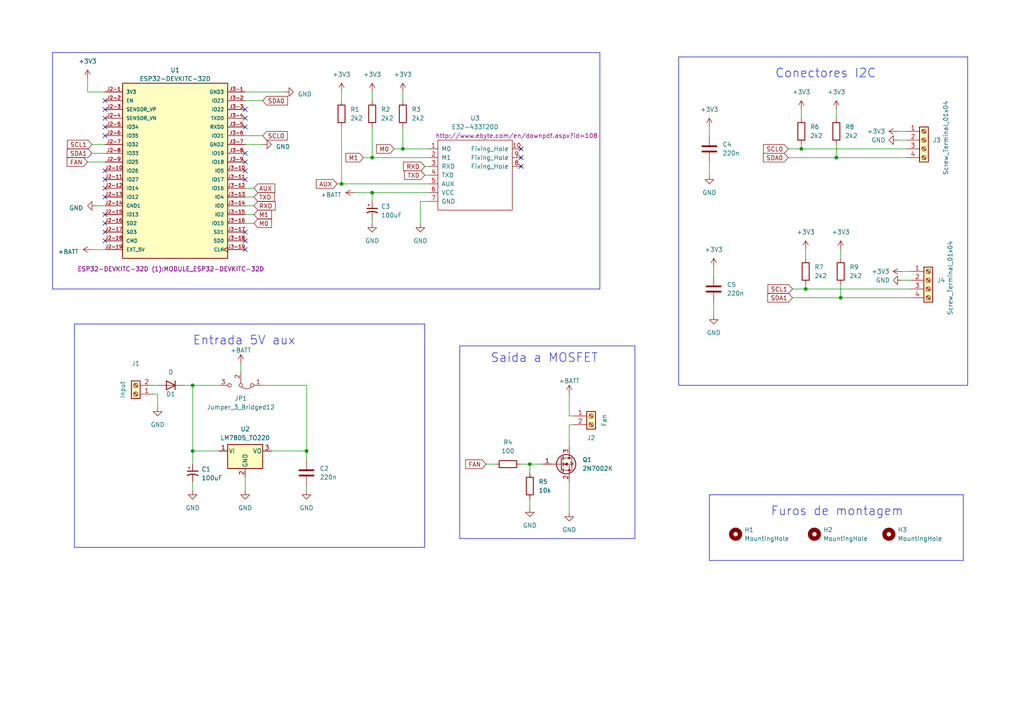
<source format=kicad_sch>
(kicad_sch (version 20230121) (generator eeschema)
  (paper "A4")
  (title_block (title "Termohigrômetro") (date "2022-12-30") (rev "0") (company "Sentium Controls"))
  (lib_symbols
    (symbol "Connector:Screw_Terminal_01x02" (pin_names (offset 1.016) hide)
      (property "Reference" "J" (at 0 2.54 0))
      (property "Value" "Screw_Terminal_01x02" (at 0 -5.08 0))
      (symbol "Screw_Terminal_01x02_1_1"
        (rectangle (start -1.27 1.27) (end 1.27 -3.81) (stroke (width 0.254)) (fill (type background)))
        (circle (center 0 -2.54) (radius 0.635) (stroke (width 0.1524)))
        (polyline (pts (xy -0.5334 -2.2098) (xy 0.3302 -3.048)) (stroke (width 0.1524)))
        (polyline (pts (xy -0.5334 0.3302) (xy 0.3302 -0.508)) (stroke (width 0.1524)))
        (polyline (pts (xy -0.3556 -2.032) (xy 0.508 -2.8702)) (stroke (width 0.1524)))
        (polyline (pts (xy -0.3556 0.508) (xy 0.508 -0.3302)) (stroke (width 0.1524)))
        (circle (center 0 0) (radius 0.635) (stroke (width 0.1524)))
        (pin passive line (at -5.08 0 0) (length 3.81) (name "Pin_1") (number "1"))
        (pin passive line (at -5.08 -2.54 0) (length 3.81) (name "Pin_2") (number "2"))
      )
    )
    (symbol "Connector:Screw_Terminal_01x04" (pin_names (offset 1.016) hide)
      (property "Reference" "J" (at 0 5.08 0))
      (property "Value" "Screw_Terminal_01x04" (at 0 -7.62 0))
      (symbol "Screw_Terminal_01x04_1_1"
        (rectangle (start -1.27 3.81) (end 1.27 -6.35) (stroke (width 0.254)) (fill (type background)))
        (circle (center 0 -5.08) (radius 0.635) (stroke (width 0.1524)))
        (circle (center 0 -2.54) (radius 0.635) (stroke (width 0.1524)))
        (polyline (pts (xy -0.5334 -4.7498) (xy 0.3302 -5.588)) (stroke (width 0.1524)))
        (polyline (pts (xy -0.5334 -2.2098) (xy 0.3302 -3.048)) (stroke (width 0.1524)))
        (polyline (pts (xy -0.5334 0.3302) (xy 0.3302 -0.508)) (stroke (width 0.1524)))
        (polyline (pts (xy -0.5334 2.8702) (xy 0.3302 2.032)) (stroke (width 0.1524)))
        (polyline (pts (xy -0.3556 -4.572) (xy 0.508 -5.4102)) (stroke (width 0.1524)))
        (polyline (pts (xy -0.3556 -2.032) (xy 0.508 -2.8702)) (stroke (width 0.1524)))
        (polyline (pts (xy -0.3556 0.508) (xy 0.508 -0.3302)) (stroke (width 0.1524)))
        (polyline (pts (xy -0.3556 3.048) (xy 0.508 2.2098)) (stroke (width 0.1524)))
        (circle (center 0 0) (radius 0.635) (stroke (width 0.1524)))
        (circle (center 0 2.54) (radius 0.635) (stroke (width 0.1524)))
        (pin passive line (at -5.08 2.54 0) (length 3.81) (name "Pin_1") (number "1"))
        (pin passive line (at -5.08 0 0) (length 3.81) (name "Pin_2") (number "2"))
        (pin passive line (at -5.08 -2.54 0) (length 3.81) (name "Pin_3") (number "3"))
        (pin passive line (at -5.08 -5.08 0) (length 3.81) (name "Pin_4") (number "4"))
      )
    )
    (symbol "Device:C" (pin_numbers hide) (pin_names (offset 0.254))
      (property "Reference" "C" (at 0.635 2.54 0))
      (property "Value" "C" (at 0.635 -2.54 0))
      (symbol "C_0_1"
        (polyline (pts (xy -2.032 -0.762) (xy 2.032 -0.762)) (stroke (width 0.508)))
        (polyline (pts (xy -2.032 0.762) (xy 2.032 0.762)) (stroke (width 0.508)))
      )
      (symbol "C_1_1"
        (pin passive line (at 0 3.81 270) (length 2.794) (name "~") (number "1"))
        (pin passive line (at 0 -3.81 90) (length 2.794) (name "~") (number "2"))
      )
    )
    (symbol "Device:C_Polarized_Small_US" (pin_numbers hide) (pin_names (offset 0.254) hide)
      (property "Reference" "C" (at 0.254 1.778 0))
      (property "Value" "C_Polarized_Small_US" (at 0.254 -2.032 0))
      (symbol "C_Polarized_Small_US_0_1"
        (polyline (pts (xy -1.524 0.508) (xy 1.524 0.508)) (stroke (width 0.3048)))
        (polyline (pts (xy -1.27 1.524) (xy -0.762 1.524)))
        (polyline (pts (xy -1.016 1.27) (xy -1.016 1.778)))
        (arc (start 1.524 -0.762) (mid 0 -0.3734) (end -1.524 -0.762) (stroke (width 0.3048)))
      )
      (symbol "C_Polarized_Small_US_1_1"
        (pin passive line (at 0 2.54 270) (length 2.032) (name "~") (number "1"))
        (pin passive line (at 0 -2.54 90) (length 2.032) (name "~") (number "2"))
      )
    )
    (symbol "Device:D" (pin_numbers hide) (pin_names (offset 1.016) hide)
      (property "Reference" "D" (at 0 2.54 0))
      (property "Value" "D" (at 0 -2.54 0))
      (symbol "D_0_1"
        (polyline (pts (xy -1.27 1.27) (xy -1.27 -1.27)) (stroke (width 0.254)))
        (polyline (pts (xy 1.27 0) (xy -1.27 0)))
        (polyline (pts (xy 1.27 1.27) (xy 1.27 -1.27) (xy -1.27 0) (xy 1.27 1.27)) (stroke (width 0.254)))
      )
      (symbol "D_1_1"
        (pin passive line (at -3.81 0 0) (length 2.54) (name "K") (number "1"))
        (pin passive line (at 3.81 0 180) (length 2.54) (name "A") (number "2"))
      )
    )
    (symbol "Device:R" (pin_numbers hide) (pin_names (offset 0))
      (property "Reference" "R" (at 2.032 0 90))
      (property "Value" "R" (at 0 0 90))
      (symbol "R_0_1"
        (rectangle (start -1.016 -2.54) (end 1.016 2.54) (stroke (width 0.254)))
      )
      (symbol "R_1_1"
        (pin passive line (at 0 3.81 270) (length 1.27) (name "~") (number "1"))
        (pin passive line (at 0 -3.81 90) (length 1.27) (name "~") (number "2"))
      )
    )
    (symbol "E32-xxxT20D:E32-433T20D" (pin_names (offset 1.016))
      (property "Reference" "U" (at 0 3.302 0))
      (property "Value" "E32-433T20D" (at 0 1.27 0))
      (property "Datasheet" "http://www.ebyte.com/en/downpdf.aspx?id=108" (at 0 0 0))
      (symbol "E32-433T20D_0_1"
        (rectangle (start 0 0) (end 21.59 -20.32))
      )
      (symbol "E32-433T20D_1_0"
        (pin no_connect line (at 24.13 -7.62 180) (length 2.54) (name "Fixing_Hole") (number "8"))
      )
      (symbol "E32-433T20D_1_1"
        (pin input line (at -2.54 -2.54 0) (length 2.54) (name "M0") (number "1"))
        (pin no_connect line (at 24.13 -2.54 180) (length 2.54) (name "Fixing_Hole") (number "10"))
        (pin input line (at -2.54 -5.08 0) (length 2.54) (name "M1") (number "2"))
        (pin input line (at -2.54 -7.62 0) (length 2.54) (name "RXD") (number "3"))
        (pin output line (at -2.54 -10.16 0) (length 2.54) (name "TXD") (number "4"))
        (pin output line (at -2.54 -12.7 0) (length 2.54) (name "AUX") (number "5"))
        (pin input line (at -2.54 -15.24 0) (length 2.54) (name "VCC") (number "6"))
        (pin input line (at -2.54 -17.78 0) (length 2.54) (name "GND") (number "7"))
        (pin no_connect line (at 24.13 -5.08 180) (length 2.54) (name "Fixing_Hole") (number "9"))
      )
    )
    (symbol "ESP32-DEVKITC-32D:ESP32-DEVKITC-32D" (pin_names (offset 1.016))
      (property "Reference" "U" (at -15.2572 26.0643 0))
      (property "Value" "ESP32-DEVKITC-32D" (at -15.2563 -27.9698 0))
      (symbol "ESP32-DEVKITC-32D_0_0"
        (rectangle (start -15.24 -25.4) (end 15.24 25.4) (stroke (width 0.254)) (fill (type background)))
        (pin power_in line (at -20.32 22.86 0) (length 5.08) (name "3V3") (number "J2-1"))
        (pin bidirectional line (at -20.32 0 0) (length 5.08) (name "IO26") (number "J2-10"))
        (pin bidirectional line (at -20.32 -2.54 0) (length 5.08) (name "IO27") (number "J2-11"))
        (pin bidirectional line (at -20.32 -5.08 0) (length 5.08) (name "IO14") (number "J2-12"))
        (pin bidirectional line (at -20.32 -7.62 0) (length 5.08) (name "IO12") (number "J2-13"))
        (pin power_in line (at -20.32 -10.16 0) (length 5.08) (name "GND1") (number "J2-14"))
        (pin bidirectional line (at -20.32 -12.7 0) (length 5.08) (name "IO13") (number "J2-15"))
        (pin bidirectional line (at -20.32 -15.24 0) (length 5.08) (name "SD2") (number "J2-16"))
        (pin bidirectional line (at -20.32 -17.78 0) (length 5.08) (name "SD3") (number "J2-17"))
        (pin bidirectional line (at -20.32 -20.32 0) (length 5.08) (name "CMD") (number "J2-18"))
        (pin power_in line (at -20.32 -22.86 0) (length 5.08) (name "EXT_5V") (number "J2-19"))
        (pin input line (at -20.32 20.32 0) (length 5.08) (name "EN") (number "J2-2"))
        (pin input line (at -20.32 17.78 0) (length 5.08) (name "SENSOR_VP") (number "J2-3"))
        (pin input line (at -20.32 15.24 0) (length 5.08) (name "SENSOR_VN") (number "J2-4"))
        (pin bidirectional line (at -20.32 12.7 0) (length 5.08) (name "IO34") (number "J2-5"))
        (pin bidirectional line (at -20.32 10.16 0) (length 5.08) (name "IO35") (number "J2-6"))
        (pin bidirectional line (at -20.32 7.62 0) (length 5.08) (name "IO32") (number "J2-7"))
        (pin bidirectional line (at -20.32 5.08 0) (length 5.08) (name "IO33") (number "J2-8"))
        (pin bidirectional line (at -20.32 2.54 0) (length 5.08) (name "IO25") (number "J2-9"))
        (pin power_in line (at 20.32 22.86 180) (length 5.08) (name "GND3") (number "J3-1"))
        (pin bidirectional line (at 20.32 0 180) (length 5.08) (name "IO5") (number "J3-10"))
        (pin bidirectional line (at 20.32 -2.54 180) (length 5.08) (name "IO17") (number "J3-11"))
        (pin bidirectional line (at 20.32 -5.08 180) (length 5.08) (name "IO16") (number "J3-12"))
        (pin bidirectional line (at 20.32 -7.62 180) (length 5.08) (name "IO4") (number "J3-13"))
        (pin bidirectional line (at 20.32 -10.16 180) (length 5.08) (name "IO0") (number "J3-14"))
        (pin bidirectional line (at 20.32 -12.7 180) (length 5.08) (name "IO2") (number "J3-15"))
        (pin bidirectional line (at 20.32 -15.24 180) (length 5.08) (name "IO15") (number "J3-16"))
        (pin bidirectional line (at 20.32 -17.78 180) (length 5.08) (name "SD1") (number "J3-17"))
        (pin bidirectional line (at 20.32 -20.32 180) (length 5.08) (name "SD0") (number "J3-18"))
        (pin input clock (at 20.32 -22.86 180) (length 5.08) (name "CLK") (number "J3-19"))
        (pin bidirectional line (at 20.32 20.32 180) (length 5.08) (name "IO23") (number "J3-2"))
        (pin bidirectional line (at 20.32 17.78 180) (length 5.08) (name "IO22") (number "J3-3"))
        (pin output line (at 20.32 15.24 180) (length 5.08) (name "TXD0") (number "J3-4"))
        (pin input line (at 20.32 12.7 180) (length 5.08) (name "RXD0") (number "J3-5"))
        (pin bidirectional line (at 20.32 10.16 180) (length 5.08) (name "IO21") (number "J3-6"))
        (pin power_in line (at 20.32 7.62 180) (length 5.08) (name "GND2") (number "J3-7"))
        (pin bidirectional line (at 20.32 5.08 180) (length 5.08) (name "IO19") (number "J3-8"))
        (pin bidirectional line (at 20.32 2.54 180) (length 5.08) (name "IO18") (number "J3-9"))
      )
    )
    (symbol "Jumper:Jumper_3_Bridged12" (pin_names (offset 0) hide)
      (property "Reference" "JP" (at -2.54 -2.54 0))
      (property "Value" "Jumper_3_Bridged12" (at 0 2.794 0))
      (symbol "Jumper_3_Bridged12_0_0"
        (circle (center -3.302 0) (radius 0.508))
        (circle (center 0 0) (radius 0.508))
        (circle (center 3.302 0) (radius 0.508))
      )
      (symbol "Jumper_3_Bridged12_0_1"
        (arc (start -0.254 0.508) (mid -1.651 0.9912) (end -3.048 0.508))
        (polyline (pts (xy 0 -1.27) (xy 0 -0.508)))
      )
      (symbol "Jumper_3_Bridged12_1_1"
        (pin passive line (at -6.35 0 0) (length 2.54) (name "A") (number "1"))
        (pin passive line (at 0 -3.81 90) (length 2.54) (name "C") (number "2"))
        (pin passive line (at 6.35 0 180) (length 2.54) (name "B") (number "3"))
      )
    )
    (symbol "Mechanical:MountingHole" (pin_names (offset 1.016))
      (property "Reference" "H" (at 0 5.08 0))
      (property "Value" "MountingHole" (at 0 3.175 0))
      (symbol "MountingHole_0_1"
        (circle (center 0 0) (radius 1.27) (stroke (width 1.27)))
      )
    )
    (symbol "Regulator_Linear:LM7805_TO220" (pin_names (offset 0.254))
      (property "Reference" "U" (at -3.81 3.175 0))
      (property "Value" "LM7805_TO220" (at 0 3.175 0))
      (symbol "LM7805_TO220_0_1"
        (rectangle (start -5.08 1.905) (end 5.08 -5.08) (stroke (width 0.254)) (fill (type background)))
      )
      (symbol "LM7805_TO220_1_1"
        (pin power_in line (at -7.62 0 0) (length 2.54) (name "VI") (number "1"))
        (pin power_in line (at 0 -7.62 90) (length 2.54) (name "GND") (number "2"))
        (pin power_out line (at 7.62 0 180) (length 2.54) (name "VO") (number "3"))
      )
    )
    (symbol "Transistor_FET:2N7002K" (pin_names hide)
      (property "Reference" "Q" (at 5.08 1.905 0))
      (property "Value" "2N7002K" (at 5.08 0 0))
      (symbol "2N7002K_0_1"
        (polyline (pts (xy 0.254 0) (xy -2.54 0)))
        (polyline (pts (xy 0.254 1.905) (xy 0.254 -1.905)) (stroke (width 0.254)))
        (polyline (pts (xy 0.762 -1.27) (xy 0.762 -2.286)) (stroke (width 0.254)))
        (polyline (pts (xy 0.762 0.508) (xy 0.762 -0.508)) (stroke (width 0.254)))
        (polyline (pts (xy 0.762 2.286) (xy 0.762 1.27)) (stroke (width 0.254)))
        (polyline (pts (xy 2.54 2.54) (xy 2.54 1.778)))
        (polyline (pts (xy 2.54 -2.54) (xy 2.54 0) (xy 0.762 0)))
        (polyline (pts (xy 0.762 -1.778) (xy 3.302 -1.778) (xy 3.302 1.778) (xy 0.762 1.778)))
        (polyline (pts (xy 1.016 0) (xy 2.032 0.381) (xy 2.032 -0.381) (xy 1.016 0)) (fill (type outline)))
        (polyline (pts (xy 2.794 0.508) (xy 2.921 0.381) (xy 3.683 0.381) (xy 3.81 0.254)))
        (polyline (pts (xy 3.302 0.381) (xy 2.921 -0.254) (xy 3.683 -0.254) (xy 3.302 0.381)))
        (circle (center 1.651 0) (radius 2.794) (stroke (width 0.254)))
        (circle (center 2.54 -1.778) (radius 0.254) (fill (type outline)))
        (circle (center 2.54 1.778) (radius 0.254) (fill (type outline)))
      )
      (symbol "2N7002K_1_1"
        (pin input line (at -5.08 0 0) (length 2.54) (name "G") (number "1"))
        (pin passive line (at 2.54 -5.08 90) (length 2.54) (name "S") (number "2"))
        (pin passive line (at 2.54 5.08 270) (length 2.54) (name "D") (number "3"))
      )
    )
    (symbol "power:+3.3V" (power) (pin_names (offset 0))
      (property "Value" "+3.3V" (at 0 3.556 0))
      (symbol "+3.3V_0_1"
        (polyline (pts (xy -0.762 1.27) (xy 0 2.54)))
        (polyline (pts (xy 0 0) (xy 0 2.54)))
        (polyline (pts (xy 0 2.54) (xy 0.762 1.27)))
      )
      (symbol "+3.3V_1_1"
        (pin power_in line (at 0 0 90) (length 0) hide (name "+3V3") (number "1"))
      )
    )
    (symbol "power:+BATT" (power) (pin_names (offset 0))
      (property "Value" "+BATT" (at 0 3.556 0))
      (symbol "+BATT_0_1"
        (polyline (pts (xy -0.762 1.27) (xy 0 2.54)))
        (polyline (pts (xy 0 0) (xy 0 2.54)))
        (polyline (pts (xy 0 2.54) (xy 0.762 1.27)))
      )
      (symbol "+BATT_1_1"
        (pin power_in line (at 0 0 90) (length 0) hide (name "+BATT") (number "1"))
      )
    )
    (symbol "power:GND" (power) (pin_names (offset 0))
      (property "Value" "GND" (at 0 -3.81 0))
      (symbol "GND_0_1"
        (polyline (pts (xy 0 0) (xy 0 -1.27) (xy 1.27 -1.27) (xy 0 -2.54) (xy -1.27 -1.27) (xy 0 -1.27)))
      )
      (symbol "GND_1_1"
        (pin power_in line (at 0 0 270) (length 0) hide (name "GND") (number "1"))
      )
    )
  )
  (junction (at 99.06 53.34))
  (junction (at 233.68 83.82))
  (junction (at 55.88 130.81))
  (junction (at 116.84 43.18))
  (junction (at 232.41 43.18))
  (junction (at 107.95 55.88))
  (junction (at 55.88 111.76))
  (junction (at 153.67 134.62))
  (junction (at 107.95 45.72))
  (junction (at 242.57 45.72))
  (junction (at 88.9 130.81))
  (junction (at 243.84 86.36))
  (no_connect (at 71.12 52.07))
  (no_connect (at 71.12 72.39))
  (no_connect (at 71.12 34.29))
  (no_connect (at 71.12 67.31))
  (no_connect (at 71.12 44.45))
  (no_connect (at 30.48 31.75))
  (no_connect (at 151.13 43.18))
  (no_connect (at 151.13 48.26))
  (no_connect (at 30.48 57.15))
  (no_connect (at 30.48 69.85))
  (no_connect (at 30.48 29.21))
  (no_connect (at 30.48 49.53))
  (no_connect (at 71.12 36.83))
  (no_connect (at 71.12 31.75))
  (no_connect (at 151.13 45.72))
  (no_connect (at 30.48 62.23))
  (no_connect (at 30.48 54.61))
  (no_connect (at 30.48 67.31))
  (no_connect (at 30.48 36.83))
  (no_connect (at 71.12 49.53))
  (no_connect (at 71.12 46.99))
  (no_connect (at 30.48 39.37))
  (no_connect (at 30.48 64.77))
  (no_connect (at 30.48 34.29))
  (no_connect (at 71.12 69.85))
  (no_connect (at 30.48 52.07))
  (wire (pts (xy 25.4 46.99) (xy 30.48 46.99)))
  (wire (pts (xy 76.2 39.37) (xy 71.12 39.37)))
  (wire (pts (xy 73.66 64.77) (xy 71.12 64.77)))
  (wire (pts (xy 107.95 26.67) (xy 107.95 29.21)))
  (wire (pts (xy 153.67 134.62) (xy 153.67 137.16)))
  (wire (pts (xy 27.94 59.69) (xy 30.48 59.69)))
  (polyline (pts (xy 196.85 16.51) (xy 280.67 16.51)))
  (wire (pts (xy 121.92 58.42) (xy 121.92 64.77)))
  (wire (pts (xy 26.67 41.91) (xy 30.48 41.91)))
  (polyline (pts (xy 280.67 16.51) (xy 280.67 111.76)))
  (polyline (pts (xy 280.67 111.76) (xy 196.85 111.76)))
  (polyline (pts (xy 205.74 143.51) (xy 279.4 143.51)))
  (wire (pts (xy 105.41 45.72) (xy 107.95 45.72)))
  (wire (pts (xy 166.37 123.19) (xy 165.1 123.19)))
  (wire (pts (xy 71.12 26.67) (xy 82.55 26.67)))
  (wire (pts (xy 73.66 62.23) (xy 71.12 62.23)))
  (polyline (pts (xy 173.99 83.82) (xy 15.24 83.82)))
  (wire (pts (xy 76.2 111.76) (xy 88.9 111.76)))
  (wire (pts (xy 44.45 111.76) (xy 45.72 111.76)))
  (wire (pts (xy 88.9 133.35) (xy 88.9 130.81)))
  (polyline (pts (xy 15.24 15.24) (xy 15.24 83.82)))
  (wire (pts (xy 123.19 48.26) (xy 124.46 48.26)))
  (wire (pts (xy 243.84 86.36) (xy 264.16 86.36)))
  (wire (pts (xy 124.46 58.42) (xy 121.92 58.42)))
  (wire (pts (xy 88.9 111.76) (xy 88.9 130.81)))
  (wire (pts (xy 140.97 134.62) (xy 143.51 134.62)))
  (wire (pts (xy 260.35 38.1) (xy 262.89 38.1)))
  (wire (pts (xy 107.95 36.83) (xy 107.95 45.72)))
  (wire (pts (xy 165.1 120.65) (xy 165.1 114.3)))
  (wire (pts (xy 165.1 123.19) (xy 165.1 129.54)))
  (wire (pts (xy 55.88 134.62) (xy 55.88 130.81)))
  (wire (pts (xy 151.13 134.62) (xy 153.67 134.62)))
  (wire (pts (xy 123.19 50.8) (xy 124.46 50.8)))
  (wire (pts (xy 102.87 55.88) (xy 107.95 55.88)))
  (wire (pts (xy 99.06 53.34) (xy 124.46 53.34)))
  (wire (pts (xy 228.6 43.18) (xy 232.41 43.18)))
  (wire (pts (xy 242.57 41.91) (xy 242.57 45.72)))
  (wire (pts (xy 107.95 55.88) (xy 107.95 58.42)))
  (wire (pts (xy 261.62 81.28) (xy 264.16 81.28)))
  (wire (pts (xy 26.67 44.45) (xy 30.48 44.45)))
  (polyline (pts (xy 279.4 143.51) (xy 279.4 162.56)))
  (wire (pts (xy 63.5 130.81) (xy 55.88 130.81)))
  (wire (pts (xy 71.12 142.24) (xy 71.12 138.43)))
  (polyline (pts (xy 21.59 93.98) (xy 123.19 93.98)))
  (wire (pts (xy 99.06 26.67) (xy 99.06 29.21)))
  (polyline (pts (xy 173.99 15.24) (xy 173.99 83.82)))
  (wire (pts (xy 114.3 43.18) (xy 116.84 43.18)))
  (wire (pts (xy 45.72 114.3) (xy 45.72 118.11)))
  (wire (pts (xy 25.4 26.67) (xy 30.48 26.67)))
  (wire (pts (xy 99.06 36.83) (xy 99.06 53.34)))
  (wire (pts (xy 26.67 72.39) (xy 30.48 72.39)))
  (wire (pts (xy 233.68 83.82) (xy 264.16 83.82)))
  (wire (pts (xy 243.84 82.55) (xy 243.84 86.36)))
  (wire (pts (xy 97.79 53.34) (xy 99.06 53.34)))
  (wire (pts (xy 232.41 43.18) (xy 262.89 43.18)))
  (wire (pts (xy 205.74 36.83) (xy 205.74 39.37)))
  (polyline (pts (xy 123.19 158.75) (xy 21.59 158.75)))
  (wire (pts (xy 55.88 130.81) (xy 55.88 111.76)))
  (wire (pts (xy 73.66 57.15) (xy 71.12 57.15)))
  (wire (pts (xy 73.66 54.61) (xy 71.12 54.61)))
  (wire (pts (xy 55.88 111.76) (xy 63.5 111.76)))
  (wire (pts (xy 242.57 45.72) (xy 262.89 45.72)))
  (polyline (pts (xy 15.24 15.24) (xy 173.99 15.24)))
  (wire (pts (xy 44.45 114.3) (xy 45.72 114.3)))
  (wire (pts (xy 229.87 86.36) (xy 243.84 86.36)))
  (wire (pts (xy 76.2 29.21) (xy 71.12 29.21)))
  (wire (pts (xy 207.01 91.44) (xy 207.01 87.63)))
  (polyline (pts (xy 21.59 93.98) (xy 21.59 158.75)))
  (wire (pts (xy 233.68 72.39) (xy 233.68 74.93)))
  (wire (pts (xy 153.67 134.62) (xy 157.48 134.62)))
  (wire (pts (xy 69.85 105.41) (xy 69.85 107.95)))
  (wire (pts (xy 107.95 64.77) (xy 107.95 63.5)))
  (polyline (pts (xy 196.85 16.51) (xy 196.85 111.76)))
  (wire (pts (xy 107.95 55.88) (xy 124.46 55.88)))
  (wire (pts (xy 261.62 78.74) (xy 264.16 78.74)))
  (polyline (pts (xy 133.35 100.33) (xy 184.15 100.33)))
  (wire (pts (xy 260.35 40.64) (xy 262.89 40.64)))
  (wire (pts (xy 88.9 130.81) (xy 78.74 130.81)))
  (wire (pts (xy 73.66 59.69) (xy 71.12 59.69)))
  (wire (pts (xy 88.9 142.24) (xy 88.9 140.97)))
  (wire (pts (xy 116.84 43.18) (xy 124.46 43.18)))
  (wire (pts (xy 166.37 120.65) (xy 165.1 120.65)))
  (wire (pts (xy 205.74 50.8) (xy 205.74 46.99)))
  (wire (pts (xy 165.1 139.7) (xy 165.1 148.59)))
  (wire (pts (xy 107.95 45.72) (xy 124.46 45.72)))
  (polyline (pts (xy 279.4 162.56) (xy 205.74 162.56)))
  (wire (pts (xy 207.01 77.47) (xy 207.01 80.01)))
  (wire (pts (xy 116.84 36.83) (xy 116.84 43.18)))
  (wire (pts (xy 232.41 41.91) (xy 232.41 43.18)))
  (wire (pts (xy 228.6 45.72) (xy 242.57 45.72)))
  (wire (pts (xy 55.88 142.24) (xy 55.88 139.7)))
  (polyline (pts (xy 123.19 93.98) (xy 123.19 158.75)))
  (wire (pts (xy 232.41 31.75) (xy 232.41 34.29)))
  (wire (pts (xy 25.4 22.86) (xy 25.4 26.67)))
  (wire (pts (xy 242.57 31.75) (xy 242.57 34.29)))
  (wire (pts (xy 243.84 72.39) (xy 243.84 74.93)))
  (polyline (pts (xy 205.74 143.51) (xy 205.74 162.56)))
  (wire (pts (xy 153.67 144.78) (xy 153.67 147.32)))
  (polyline (pts (xy 184.15 156.21) (xy 133.35 156.21)))
  (polyline (pts (xy 133.35 100.33) (xy 133.35 156.21)))
  (wire (pts (xy 116.84 26.67) (xy 116.84 29.21)))
  (wire (pts (xy 53.34 111.76) (xy 55.88 111.76)))
  (wire (pts (xy 233.68 82.55) (xy 233.68 83.82)))
  (wire (pts (xy 76.2 41.91) (xy 71.12 41.91)))
  (wire (pts (xy 229.87 83.82) (xy 233.68 83.82)))
  (polyline (pts (xy 184.15 100.33) (xy 184.15 156.21)))
  (text "Conectores I2C" (at 224.79 22.86 0) (effects (font (size 2.54 2.54)) (justify left bottom)))
  (text "Saída a MOSFET" (at 142.24 105.41 0) (effects (font (size 2.54 2.54)) (justify left bottom)))
  (text "Entrada 5V aux" (at 55.88 100.33 0) (effects (font (size 2.54 2.54)) (justify left bottom)))
  (text "Furos de montagem" (at 223.52 149.86 0) (effects (font (size 2.54 2.54)) (justify left bottom)))
  (global_label "FAN" (shape input) (at 140.97 134.62 180) (property "Intersheetrefs" "${INTERSHEET_REFS}" (effects hide)) (property "Referências entre as folhas" "${INTERSHEET_REFS}" (effects hide)))
  (global_label "SDA0" (shape input) (at 76.2 29.21 0) (property "Intersheetrefs" "${INTERSHEET_REFS}" (effects hide)) (property "Referências entre as folhas" "${INTERSHEET_REFS}" (effects hide)))
  (global_label "RXD" (shape input) (at 123.19 48.26 180) (property "Intersheetrefs" "${INTERSHEET_REFS}" (effects hide)))
  (global_label "SCL1" (shape input) (at 26.67 41.91 180) (property "Intersheetrefs" "${INTERSHEET_REFS}" (effects hide)) (property "Referências entre as folhas" "${INTERSHEET_REFS}" (effects hide)))
  (global_label "M0" (shape input) (at 73.66 64.77 0) (property "Intersheetrefs" "${INTERSHEET_REFS}" (effects hide)))
  (global_label "RXD" (shape input) (at 73.66 59.69 0) (property "Intersheetrefs" "${INTERSHEET_REFS}" (effects hide)))
  (global_label "TXD" (shape input) (at 73.66 57.15 0) (property "Intersheetrefs" "${INTERSHEET_REFS}" (effects hide)))
  (global_label "M0" (shape input) (at 114.3 43.18 180) (property "Intersheetrefs" "${INTERSHEET_REFS}" (effects hide)))
  (global_label "SDA0" (shape input) (at 228.6 45.72 180) (property "Intersheetrefs" "${INTERSHEET_REFS}" (effects hide)) (property "Referências entre as folhas" "${INTERSHEET_REFS}" (effects hide)))
  (global_label "AUX" (shape input) (at 97.79 53.34 180) (property "Intersheetrefs" "${INTERSHEET_REFS}" (effects hide)))
  (global_label "SCL0" (shape input) (at 228.6 43.18 180) (property "Intersheetrefs" "${INTERSHEET_REFS}" (effects hide)) (property "Referências entre as folhas" "${INTERSHEET_REFS}" (effects hide)))
  (global_label "SCL0" (shape input) (at 76.2 39.37 0) (property "Intersheetrefs" "${INTERSHEET_REFS}" (effects hide)) (property "Referências entre as folhas" "${INTERSHEET_REFS}" (effects hide)))
  (global_label "TXD" (shape input) (at 123.19 50.8 180) (property "Intersheetrefs" "${INTERSHEET_REFS}" (effects hide)))
  (global_label "SDA1" (shape input) (at 229.87 86.36 180) (property "Intersheetrefs" "${INTERSHEET_REFS}" (effects hide)) (property "Referências entre as folhas" "${INTERSHEET_REFS}" (effects hide)))
  (global_label "SCL1" (shape input) (at 229.87 83.82 180) (property "Intersheetrefs" "${INTERSHEET_REFS}" (effects hide)) (property "Referências entre as folhas" "${INTERSHEET_REFS}" (effects hide)))
  (global_label "M1" (shape input) (at 73.66 62.23 0) (property "Intersheetrefs" "${INTERSHEET_REFS}" (effects hide)))
  (global_label "AUX" (shape input) (at 73.66 54.61 0) (property "Intersheetrefs" "${INTERSHEET_REFS}" (effects hide)))
  (global_label "FAN" (shape input) (at 25.4 46.99 180) (property "Intersheetrefs" "${INTERSHEET_REFS}" (effects hide)) (property "Referências entre as folhas" "${INTERSHEET_REFS}" (effects hide)))
  (global_label "M1" (shape input) (at 105.41 45.72 180) (property "Intersheetrefs" "${INTERSHEET_REFS}" (effects hide)))
  (global_label "SDA1" (shape input) (at 26.67 44.45 180) (property "Intersheetrefs" "${INTERSHEET_REFS}" (effects hide)) (property "Referências entre as folhas" "${INTERSHEET_REFS}" (effects hide)))
  (symbol (lib_id "Connector:Screw_Terminal_01x02") (at 171.45 120.65 0) (unit 1)
    (property "Reference" "J2" (at 171.45 127 0))
    (property "Value" "Fan" (at 175.26 121.92 90))
    (property "Footprint" "TerminalBlock_4Ucon:TerminalBlock_4Ucon_1x02_P3.50mm_Horizontal" (effects hide))
  )
  (symbol (lib_id "power:+3.3V") (at 107.95 26.67 0) (unit 1)
    (property "Reference" "#PWR013" (effects hide))
    (property "Value" "+3.3V" (at 107.95 21.59 0))
  )
  (symbol (lib_id "Connector:Screw_Terminal_01x04") (at 269.24 81.28 0) (unit 1)
    (property "Reference" "J4" (at 271.78 81.2799 0) (effects (justify left)))
    (property "Value" "Screw_Terminal_01x04" (at 275.59 91.44 90) (effects (justify left)))
    (property "Footprint" "TerminalBlock_4Ucon:TerminalBlock_4Ucon_1x04_P3.50mm_Horizontal" (effects hide))
  )
  (symbol (lib_id "power:GND") (at 260.35 40.64 270) (unit 1)
    (property "Reference" "#PWR029" (effects hide))
    (property "Value" "GND" (at 252.73 40.64 90) (effects (justify left)))
  )
  (symbol (lib_id "power:GND") (at 27.94 59.69 270) (unit 1)
    (property "Reference" "#PWR03" (effects hide))
    (property "Value" "GND" (at 24.13 60.325 90) (effects (justify right)))
  )
  (symbol (lib_id "power:+3.3V") (at 25.4 22.86 0) (unit 1)
    (property "Reference" "#PWR01" (effects hide))
    (property "Value" "+3.3V" (at 25.4 17.78 0))
  )
  (symbol (lib_id "power:GND") (at 121.92 64.77 0) (unit 1)
    (property "Reference" "#PWR016" (effects hide))
    (property "Value" "GND" (at 121.92 69.85 0))
  )
  (symbol (lib_id "Device:R") (at 107.95 33.02 0) (mirror y) (unit 1)
    (property "Reference" "R2" (at 110.49 31.7499 0) (effects (justify right)))
    (property "Value" "2k2" (at 110.49 34.2899 0) (effects (justify right)))
    (property "Footprint" "Resistor_THT:R_Axial_DIN0207_L6.3mm_D2.5mm_P10.16mm_Horizontal" (effects hide))
  )
  (symbol (lib_id "Device:C_Polarized_Small_US") (at 107.95 60.96 0) (unit 1)
    (property "Reference" "C3" (at 110.49 59.8932 0) (effects (justify left)))
    (property "Value" "100uF" (at 110.49 62.4332 0) (effects (justify left)))
    (property "Footprint" "Capacitor_THT:CP_Radial_D6.3mm_P2.50mm" (effects hide))
  )
  (symbol (lib_id "power:GND") (at 82.55 26.67 90) (unit 1)
    (property "Reference" "#PWR09" (effects hide))
    (property "Value" "GND" (at 86.36 27.305 90) (effects (justify right)))
  )
  (symbol (lib_id "power:GND") (at 107.95 64.77 0) (unit 1)
    (property "Reference" "#PWR014" (effects hide))
    (property "Value" "GND" (at 107.95 69.85 0))
  )
  (symbol (lib_id "Connector:Screw_Terminal_01x04") (at 267.97 40.64 0) (unit 1)
    (property "Reference" "J3" (at 270.51 40.6399 0) (effects (justify left)))
    (property "Value" "Screw_Terminal_01x04" (at 274.32 50.8 90) (effects (justify left)))
    (property "Footprint" "TerminalBlock_4Ucon:TerminalBlock_4Ucon_1x04_P3.50mm_Horizontal" (effects hide))
  )
  (symbol (lib_id "power:+3.3V") (at 232.41 31.75 0) (unit 1)
    (property "Reference" "#PWR024" (effects hide))
    (property "Value" "+3.3V" (at 232.41 26.67 0))
  )
  (symbol (lib_id "power:+BATT") (at 69.85 105.41 0) (unit 1)
    (property "Reference" "#PWR06" (effects hide))
    (property "Value" "EXT_5V" (at 69.85 101.6 0))
  )
  (symbol (lib_id "Device:R") (at 99.06 33.02 0) (mirror y) (unit 1)
    (property "Reference" "R1" (at 101.6 31.7499 0) (effects (justify right)))
    (property "Value" "2k2" (at 101.6 34.2899 0) (effects (justify right)))
    (property "Footprint" "Resistor_THT:R_Axial_DIN0207_L6.3mm_D2.5mm_P10.16mm_Horizontal" (effects hide))
  )
  (symbol (lib_id "power:GND") (at 55.88 142.24 0) (unit 1)
    (property "Reference" "#PWR05" (effects hide))
    (property "Value" "GND" (at 55.88 147.32 0))
  )
  (symbol (lib_id "Mechanical:MountingHole") (at 213.36 154.94 0) (unit 1)
    (property "Reference" "H1" (at 215.9 153.6699 0) (effects (justify left)))
    (property "Value" "MountingHole" (at 215.9 156.2099 0) (effects (justify left)))
    (property "Footprint" "MountingHole:MountingHole_3.2mm_M3" (effects hide))
  )
  (symbol (lib_id "power:+3.3V") (at 242.57 31.75 0) (unit 1)
    (property "Reference" "#PWR026" (effects hide))
    (property "Value" "+3.3V" (at 242.57 26.67 0))
  )
  (symbol (lib_id "power:GND") (at 261.62 81.28 270) (unit 1)
    (property "Reference" "#PWR031" (effects hide))
    (property "Value" "GND" (at 254 81.28 90) (effects (justify left)))
  )
  (symbol (lib_id "power:+3.3V") (at 260.35 38.1 90) (unit 1)
    (property "Reference" "#PWR028" (effects hide))
    (property "Value" "+3.3V" (at 251.46 38.1 90) (effects (justify right)))
  )
  (symbol (lib_id "Device:R") (at 147.32 134.62 90) (mirror x) (unit 1)
    (property "Reference" "R4" (at 147.32 128.27 90))
    (property "Value" "100" (at 147.32 130.81 90))
    (property "Footprint" "Resistor_THT:R_Axial_DIN0207_L6.3mm_D2.5mm_P10.16mm_Horizontal" (effects hide))
  )
  (symbol (lib_id "power:GND") (at 88.9 142.24 0) (unit 1)
    (property "Reference" "#PWR010" (effects hide))
    (property "Value" "GND" (at 88.9 147.32 0))
  )
  (symbol (lib_id "Device:R") (at 232.41 38.1 0) (mirror y) (unit 1)
    (property "Reference" "R6" (at 234.95 36.8299 0) (effects (justify right)))
    (property "Value" "2k2" (at 234.95 39.3699 0) (effects (justify right)))
    (property "Footprint" "Resistor_THT:R_Axial_DIN0207_L6.3mm_D2.5mm_P10.16mm_Horizontal" (effects hide))
  )
  (symbol (lib_id "power:+BATT") (at 102.87 55.88 90) (unit 1)
    (property "Reference" "#PWR012" (effects hide))
    (property "Value" "EXT_5V" (at 99.06 56.515 90) (effects (justify left)))
  )
  (symbol (lib_id "Device:C_Polarized_Small_US") (at 55.88 137.16 0) (unit 1)
    (property "Reference" "C1" (at 58.42 136.0932 0) (effects (justify left)))
    (property "Value" "100uF" (at 58.42 138.6332 0) (effects (justify left)))
    (property "Footprint" "Capacitor_THT:CP_Radial_D6.3mm_P2.50mm" (effects hide))
  )
  (symbol (lib_id "Device:R") (at 242.57 38.1 0) (mirror y) (unit 1)
    (property "Reference" "R8" (at 245.11 36.8299 0) (effects (justify right)))
    (property "Value" "2k2" (at 245.11 39.3699 0) (effects (justify right)))
    (property "Footprint" "Resistor_THT:R_Axial_DIN0207_L6.3mm_D2.5mm_P10.16mm_Horizontal" (effects hide))
  )
  (symbol (lib_id "Mechanical:MountingHole") (at 257.81 154.94 0) (unit 1)
    (property "Reference" "H3" (at 260.35 153.6699 0) (effects (justify left)))
    (property "Value" "MountingHole" (at 260.35 156.2099 0) (effects (justify left)))
    (property "Footprint" "MountingHole:MountingHole_3.2mm_M3" (effects hide))
  )
  (symbol (lib_id "power:GND") (at 165.1 148.59 0) (unit 1)
    (property "Reference" "#PWR019" (effects hide))
    (property "Value" "GND" (at 165.1 153.67 0))
  )
  (symbol (lib_id "Device:R") (at 233.68 78.74 0) (mirror y) (unit 1)
    (property "Reference" "R7" (at 236.22 77.4699 0) (effects (justify right)))
    (property "Value" "2k2" (at 236.22 80.0099 0) (effects (justify right)))
    (property "Footprint" "Resistor_THT:R_Axial_DIN0207_L6.3mm_D2.5mm_P10.16mm_Horizontal" (effects hide))
  )
  (symbol (lib_id "power:+BATT") (at 165.1 114.3 0) (unit 1)
    (property "Reference" "#PWR018" (effects hide))
    (property "Value" "EXT_5V" (at 165.1 110.49 0))
  )
  (symbol (lib_id "power:+3.3V") (at 261.62 78.74 90) (unit 1)
    (property "Reference" "#PWR030" (effects hide))
    (property "Value" "+3.3V" (at 252.73 78.74 90) (effects (justify right)))
  )
  (symbol (lib_id "power:GND") (at 76.2 41.91 90) (unit 1)
    (property "Reference" "#PWR08" (effects hide))
    (property "Value" "GND" (at 80.01 42.545 90) (effects (justify right)))
  )
  (symbol (lib_id "E32-xxxT20D:E32-433T20D") (at 127 40.64 0) (unit 1)
    (property "Reference" "U3" (at 137.795 34.29 0))
    (property "Value" "E32-433T20D" (at 137.795 36.83 0))
    (property "Footprint" "footprints6:E32-xxxT20D" (effects hide))
    (property "Datasheet" "http://www.ebyte.com/en/downpdf.aspx?id=108" (at 149.86 39.37 0))
  )
  (symbol (lib_id "power:GND") (at 45.72 118.11 0) (unit 1)
    (property "Reference" "#PWR04" (effects hide))
    (property "Value" "GND" (at 45.72 123.19 0))
  )
  (symbol (lib_id "Device:R") (at 153.67 140.97 180) (unit 1)
    (property "Reference" "R5" (at 156.21 139.6999 0) (effects (justify right)))
    (property "Value" "10k" (at 156.21 142.2399 0) (effects (justify right)))
    (property "Footprint" "Resistor_THT:R_Axial_DIN0207_L6.3mm_D2.5mm_P10.16mm_Horizontal" (effects hide))
  )
  (symbol (lib_id "power:+3.3V") (at 207.01 77.47 0) (unit 1)
    (property "Reference" "#PWR022" (effects hide))
    (property "Value" "+3.3V" (at 207.01 72.39 0))
  )
  (symbol (lib_id "power:+3.3V") (at 205.74 36.83 0) (unit 1)
    (property "Reference" "#PWR020" (effects hide))
    (property "Value" "+3.3V" (at 205.74 31.75 0))
  )
  (symbol (lib_id "Device:C") (at 88.9 137.16 180) (unit 1)
    (property "Reference" "C2" (at 92.71 135.8899 0) (effects (justify right)))
    (property "Value" "220n" (at 92.71 138.4299 0) (effects (justify right)))
    (property "Footprint" "Capacitor_THT:C_Disc_D5.0mm_W2.5mm_P5.00mm" (effects hide))
  )
  (symbol (lib_id "Connector:Screw_Terminal_01x02") (at 39.37 114.3 180) (unit 1)
    (property "Reference" "J1" (at 39.37 105.41 0))
    (property "Value" "Input" (at 35.56 113.03 90))
    (property "Footprint" "TerminalBlock_4Ucon:TerminalBlock_4Ucon_1x02_P3.50mm_Horizontal" (effects hide))
  )
  (symbol (lib_id "power:+3.3V") (at 99.06 26.67 0) (unit 1)
    (property "Reference" "#PWR011" (effects hide))
    (property "Value" "+3.3V" (at 99.06 21.59 0))
  )
  (symbol (lib_id "ESP32-DEVKITC-32D:ESP32-DEVKITC-32D") (at 50.8 49.53 0) (unit 1)
    (property "Reference" "U1" (at 50.8 20.32 0))
    (property "Value" "ESP32-DEVKITC-32D" (at 50.8 22.86 0))
    (property "Footprint" "ESP32-DEVKITC-32D (1):MODULE_ESP32-DEVKITC-32D" (at 49.53 78.74 0) (effects (justify bottom)))
    (property "MANUFACTURER" "Espressif Systems" (effects hide))
    (property "MAXIMUM_PACKAGE_HEIGHT" "N/A" (effects hide))
    (property "STANDARD" "Manufacturer Recommendations" (effects hide))
    (property "SNAPEDA_PN" "ESP32-DEVKITC-32D" (effects hide))
    (property "PARTREV" "V4" (effects hide))
  )
  (symbol (lib_id "power:+3.3V") (at 233.68 72.39 0) (unit 1)
    (property "Reference" "#PWR025" (effects hide))
    (property "Value" "+3.3V" (at 233.68 67.31 0))
  )
  (symbol (lib_id "Mechanical:MountingHole") (at 236.22 154.94 0) (unit 1)
    (property "Reference" "H2" (at 238.76 153.6699 0) (effects (justify left)))
    (property "Value" "MountingHole" (at 238.76 156.2099 0) (effects (justify left)))
    (property "Footprint" "MountingHole:MountingHole_3.2mm_M3" (effects hide))
  )
  (symbol (lib_id "Transistor_FET:2N7002K") (at 162.56 134.62 0) (unit 1)
    (property "Reference" "Q1" (at 168.91 133.3499 0) (effects (justify left)))
    (property "Value" "2N7002K" (at 168.91 135.8899 0) (effects (justify left)))
    (property "Footprint" "Package_TO_SOT_SMD:SOT-23" (effects hide))
    (property "Datasheet" "https://www.diodes.com/assets/Datasheets/ds30896.pdf" (effects hide))
  )
  (symbol (lib_id "power:+3.3V") (at 243.84 72.39 0) (unit 1)
    (property "Reference" "#PWR027" (effects hide))
    (property "Value" "+3.3V" (at 243.84 67.31 0))
  )
  (symbol (lib_id "Regulator_Linear:LM7805_TO220") (at 71.12 130.81 0) (unit 1)
    (property "Reference" "U2" (at 71.12 124.46 0))
    (property "Value" "LM7805_TO220" (at 71.12 127 0))
    (property "Footprint" "Package_TO_SOT_THT:TO-220-3_Vertical" (effects hide))
    (property "Datasheet" "https://www.onsemi.cn/PowerSolutions/document/MC7800-D.PDF" (effects hide))
  )
  (symbol (lib_id "power:GND") (at 205.74 50.8 0) (unit 1)
    (property "Reference" "#PWR021" (effects hide))
    (property "Value" "GND" (at 205.74 55.88 0))
  )
  (symbol (lib_id "power:GND") (at 153.67 147.32 0) (unit 1)
    (property "Reference" "#PWR017" (effects hide))
    (property "Value" "GND" (at 153.67 152.4 0))
  )
  (symbol (lib_id "Device:D") (at 49.53 111.76 0) (mirror y) (unit 1)
    (property "Reference" "D1" (at 49.53 114.3 0))
    (property "Value" "D" (at 49.53 107.95 0))
    (property "Footprint" "Diode_THT:D_DO-41_SOD81_P7.62mm_Horizontal" (effects hide))
  )
  (symbol (lib_id "Jumper:Jumper_3_Bridged12") (at 69.85 111.76 180) (unit 1)
    (property "Reference" "JP1" (at 69.85 115.57 0))
    (property "Value" "Jumper_3_Bridged12" (at 69.85 118.11 0))
    (property "Footprint" "Connector_PinHeader_2.54mm:PinHeader_1x03_P2.54mm_Vertical" (effects hide))
  )
  (symbol (lib_id "power:GND") (at 207.01 91.44 0) (unit 1)
    (property "Reference" "#PWR023" (effects hide))
    (property "Value" "GND" (at 207.01 96.52 0))
  )
  (symbol (lib_id "power:+BATT") (at 26.67 72.39 90) (unit 1)
    (property "Reference" "#PWR02" (effects hide))
    (property "Value" "EXT_5V" (at 22.86 73.025 90) (effects (justify left)))
  )
  (symbol (lib_id "Device:C") (at 205.74 43.18 180) (unit 1)
    (property "Reference" "C4" (at 209.55 41.9099 0) (effects (justify right)))
    (property "Value" "220n" (at 209.55 44.4499 0) (effects (justify right)))
    (property "Footprint" "Capacitor_THT:C_Disc_D5.0mm_W2.5mm_P5.00mm" (effects hide))
  )
  (symbol (lib_id "Device:R") (at 243.84 78.74 0) (mirror y) (unit 1)
    (property "Reference" "R9" (at 246.38 77.4699 0) (effects (justify right)))
    (property "Value" "2k2" (at 246.38 80.0099 0) (effects (justify right)))
    (property "Footprint" "Resistor_THT:R_Axial_DIN0207_L6.3mm_D2.5mm_P10.16mm_Horizontal" (effects hide))
  )
  (symbol (lib_id "power:+3.3V") (at 116.84 26.67 0) (unit 1)
    (property "Reference" "#PWR015" (effects hide))
    (property "Value" "+3.3V" (at 116.84 21.59 0))
  )
  (symbol (lib_id "Device:C") (at 207.01 83.82 180) (unit 1)
    (property "Reference" "C5" (at 210.82 82.5499 0) (effects (justify right)))
    (property "Value" "220n" (at 210.82 85.0899 0) (effects (justify right)))
    (property "Footprint" "Capacitor_THT:C_Disc_D5.0mm_W2.5mm_P5.00mm" (effects hide))
  )
  (symbol (lib_id "power:GND") (at 71.12 142.24 0) (unit 1)
    (property "Reference" "#PWR07" (effects hide))
    (property "Value" "GND" (at 71.12 147.32 0))
  )
  (symbol (lib_id "Device:R") (at 116.84 33.02 0) (mirror y) (unit 1)
    (property "Reference" "R3" (at 119.38 31.7499 0) (effects (justify right)))
    (property "Value" "2k2" (at 119.38 34.2899 0) (effects (justify right)))
    (property "Footprint" "Resistor_THT:R_Axial_DIN0207_L6.3mm_D2.5mm_P10.16mm_Horizontal" (effects hide))
  )
)
</source>
